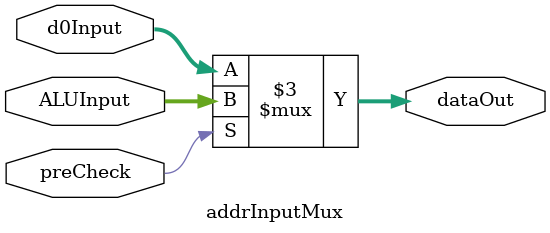
<source format=v>
module addrInputMux(preCheck, ALUInput, d0Input, dataOut);
	input wire preCheck;
	input wire [31:0] ALUInput, d0Input;
	
	output reg [31:0] dataOut;
	
	always @* begin
		if (preCheck) //input addr should be from ALU
			dataOut = ALUInput;
		else //input is directly from D0 port
			dataOut = d0Input;
	end

	
endmodule

</source>
